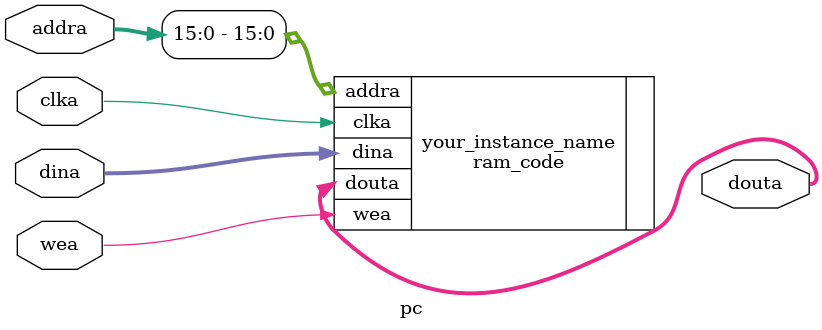
<source format=v>
`timescale 1ns / 1ps


module pc(
    input clka,
    input wea,
    input [31 : 0] addra,
    input [31 : 0] dina,
    output [31 : 0] douta
);

// order从地址1开始，代码结束时，dinaddr = 0, dina = 0; 

ram_code your_instance_name (
  .clka(clka),    // input wire clka
  .wea(wea),      // input wire [0 : 0] wea
  .addra(addra[15:0]),  // input wire [15 : 0] addra
  .dina(dina),    // input wire [31 : 0] dina
  .douta(douta)  // output wire [31 : 0] douta
);

endmodule

</source>
